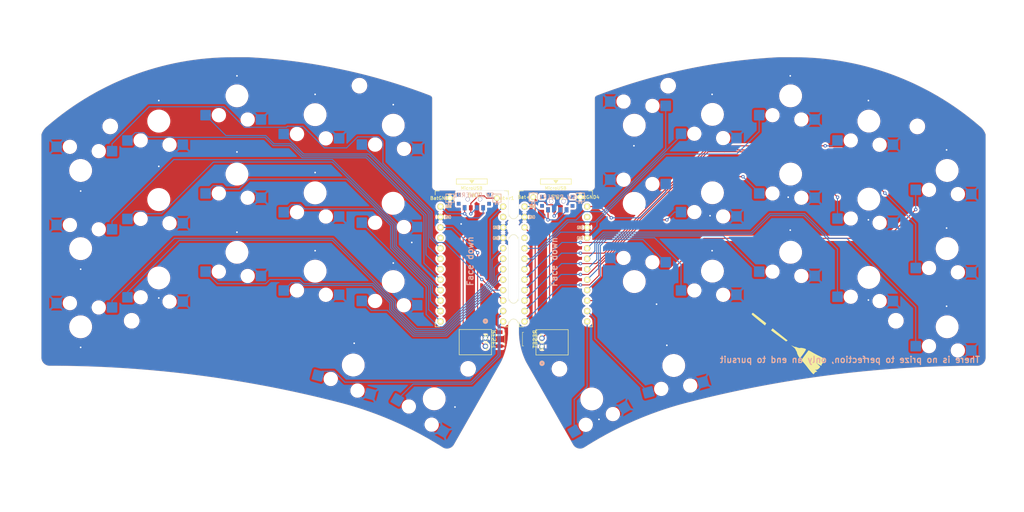
<source format=kicad_pcb>
(kicad_pcb (version 20241229) (generator "pcbnew") (generator_version "9.0")
  (layers (0 "F.Cu" signal) (2 "B.Cu" signal) (13 "F.Paste" user) (15 "B.Paste" user) (5 "F.SilkS" user "F.Silkscreen") (7 "B.SilkS" user "B.Silkscreen") (1 "F.Mask" user) (3 "B.Mask" user) (25 "Edge.Cuts" user))
  (net 0 "")
  (net 1 "BT+")
  (net 2 "gnd")
  (net 3 "vcc")
  (net 4 "Switch18")
  (net 5 "reset")
  (net 6 "Switch1")
  (net 7 "Switch2")
  (net 8 "Switch3")
  (net 9 "Switch4")
  (net 10 "Switch5")
  (net 11 "Switch6")
  (net 12 "Switch7")
  (net 13 "Switch8")
  (net 14 "Switch9")
  (net 15 "Switch10")
  (net 16 "Switch11")
  (net 17 "Switch12")
  (net 18 "Switch13")
  (net 19 "Switch14")
  (net 20 "Switch15")
  (net 21 "Switch16")
  (net 22 "Switch17")
  (net 23 "raw")
  (net 24 "BT+_r")
  (net 25 "Switch18_r")
  (net 26 "reset_r")
  (net 27 "Switch9_r")
  (net 28 "Switch10_r")
  (net 29 "Switch11_r")
  (net 30 "Switch12_r")
  (net 31 "Switch13_r")
  (net 32 "Switch14_r")
  (net 33 "Switch15_r")
  (net 34 "Switch16_r")
  (net 35 "Switch17_r")
  (net 36 "Switch1_r")
  (net 37 "Switch2_r")
  (net 38 "Switch3_r")
  (net 39 "Switch4_r")
  (net 40 "Switch5_r")
  (net 41 "Switch6_r")
  (net 42 "Switch7_r")
  (net 43 "Switch8_r")
  (footprint "kbd:1pin_conn" (layer "F.Cu") (at 146.190005 83.736002)
    (property "Reference" "Bat+r1")
    (property "Value" "MountingHole_Pad" (hide yes))
  )
  (footprint "kbd:1pin_conn" (layer "F.Cu") (at 134.760005 83.736002)
    (property "Reference" "BatGND1")
    (property "Value" "MountingHole_Pad" (hide yes))
  )
  (footprint "kbd:SW_SPST_B3U-1000P" (layer "F.Cu") (at 146.7 118 90)
    (property "Reference" "RSW1" (hide yes))
    (property "Value" "SW_Push")
  )
  (footprint "kbd:ProMicro_v3_min" (layer "F.Cu") (at 140.094 100.246)
    (property "Reference" "U1" (hide yes))
    (property "Value" "ProMicro-kbd" (hide yes))
  )
  (footprint "kbd:1pin_conn" (layer "F.Cu") (at 166.45984 83.482002)
    (property "Reference" "BatGND4")
    (property "Value" "MountingHole_Pad" (hide yes))
  )
  (footprint "kbd:SW_SPST_B3U-1000P" (layer "F.Cu") (at 153.8 118 90)
    (property "Reference" "RSW2" (hide yes))
    (property "Value" "SW_Push")
  )
  (footprint "kbd:1pin_conn" (layer "F.Cu") (at 155.02984 83.482002)
    (property "Reference" "Bat+1")
    (property "Value" "MountingHole_Pad" (hide yes))
  )
  (footprint "Kailh:ferris_broom" (layer "F.Cu") (at 215.84984 118.872 7)
    (property "Reference" "G***" (hide yes))
    (property "Value" "LOGO" (hide yes))
  )
  (footprint "kbd:ProMicro_v3_min" (layer "F.Cu") (at 160.51784 100.246)
    (property "Reference" "U2" (hide yes))
    (property "Value" "ProMicro-kbd" (hide yes))
  )
  (footprint "Duckyb-Parts:mouse-bite-5mm-slot-with-space-for-track" (layer "F.Cu") (at 150.241 90.678)
    (property "Reference" "mouse-bite-5mm-slot" (hide yes))
    (property "Value" "VAL**" (hide yes))
  )
  (footprint "Duckyb-Parts:mouse-bite-5mm-slot-with-space-for-track" (layer "F.Cu") (at 150.241 111.1885)
    (property "Reference" "mouse-bite-5mm-slot" (hide yes))
    (property "Value" "VAL**" (hide yes))
  )
  (footprint "duckyb-footprints:MountingHole_3.35mm" (layer "F.Cu") (at 112.776 56.388)
    (property "Reference" "Mounting 01" (hide yes))
    (property "Value" "MountingHole_3.35mm")
  )
  (footprint "duckyb-footprints:MountingHole_3.35mm" (layer "F.Cu") (at 52.197 66.294)
    (property "Reference" "Mounting 04" (hide yes))
    (property "Value" "MountingHole_3.35mm")
  )
  (footprint "" (layer "F.Cu") (at 57.404 113.538)
    (property "Reference" "")
    (property "Value" "")
  )
  (footprint "other jst:CONN_S2B-PH-K-S_JST" (layer "F.Cu") (at 157.1527 119.7681 90)
    (property "Reference" "REF**")
    (property "Value" "CONN_S2B-PH-K-S_JST")
  )
  (footprint "other jst:CONN_S2B-PH-K-S_JST" (layer "F.Cu") (at 143.4 117.7319 -90)
    (property "Reference" "REF**")
    (property "Value" "CONN_S2B-PH-K-S_JST")
  )
  (footprint "duckyb-footprints:MountingHole_3.35mm" (layer "F.Cu") (at 139.192 125.222)
    (property "Reference" "Mounting 02" (hide yes))
    (property "Value" "MountingHole_3.35mm")
  )
  (footprint "duckyb-footprints:MountingHole_3.35mm" (layer "F.Cu") (at 57.404 113.538)
    (property "Reference" "Mounting 03" (hide yes))
    (property "Value" "MountingHole_3.35mm")
  )
  (footprint "Kailh:SPDT_C128955r" (layer "F.Cu") (at 160.87184 84.498)
    (property "Reference" "SW2")
    (property "Value" "SW_SPDT")
  )
  (footprint "Kailh:SPDT_C128955r" (layer "F.Cu") (at 140.602 83.99)
    (property "Reference" "SW2")
    (property "Value" "SW_SPDT")
  )
  (footprint "Gateron_KS33_Hotswap:Gateron-KS33-Hotswap-1U" (layer "B.Cu") (at 45 77)
    (property "Reference" "SW2")
    (property "Value" "SW_Push")
  )
  (footprint "Gateron_KS33_Hotswap:Gateron-KS33-Hotswap-1U" (layer "B.Cu") (at 64 65 180)
    (property "Reference" "SW3")
    (property "Value" "SW_Push")
  )
  (footprint "Gateron_KS33_Hotswap:Gateron-KS33-Hotswap-1U" (layer "B.Cu") (at 83 58.86 180)
    (property "Reference" "SW4")
    (property "Value" "SW_Push")
  )
  (footprint "Gateron_KS33_Hotswap:Gateron-KS33-Hotswap-1U" (layer "B.Cu") (at 101.994 63.432 180)
    (property "Reference" "SW5")
    (property "Value" "SW_Push")
  )
  (footprint "Gateron_KS33_Hotswap:Gateron-KS33-Hotswap-1U" (layer "B.Cu") (at 121 66 180)
    (property "Reference" "SW6")
    (property "Value" "SW_Push")
  )
  (footprint "Gateron_KS33_Hotswap:Gateron-KS33-Hotswap-1U" (layer "B.Cu") (at 45 96)
    (property "Reference" "SW8")
    (property "Value" "SW_Push")
  )
  (footprint "Gateron_KS33_Hotswap:Gateron-KS33-Hotswap-1U" (layer "B.Cu") (at 64 84.074 180)
    (property "Reference" "SW9")
    (property "Value" "SW_Push")
  )
  (footprint "Gateron_KS33_Hotswap:Gateron-KS33-Hotswap-1U" (layer "B.Cu") (at 83 77.878 180)
    (property "Reference" "SW10")
    (property "Value" "SW_Push")
  )
  (footprint "Gateron_KS33_Hotswap:Gateron-KS33-Hotswap-1U" (layer "B.Cu") (at 102 82.45 180)
    (property "Reference" "SW11")
    (property "Value" "SW_Push")
  )
  (footprint "Gateron_KS33_Hotswap:Gateron-KS33-Hotswap-1U" (layer "B.Cu") (at 120.98 84.99 180)
    (property "Reference" "SW12")
    (property "Value" "SW_Push")
  )
  (footprint "Gateron_KS33_Hotswap:Gateron-KS33-Hotswap-1U" (layer "B.Cu") (at 45 115)
    (property "Reference" "SW14")
    (property "Value" "SW_Push")
  )
  (footprint "Gateron_KS33_Hotswap:Gateron-KS33-Hotswap-1U" (layer "B.Cu") (at 64.008 103.124 180)
    (property "Reference" "SW15")
    (property "Value" "SW_Push")
  )
  (footprint "Gateron_KS33_Hotswap:Gateron-KS33-Hotswap-1U" (layer "B.Cu") (at 83 96.896 180)
    (property "Reference" "SW16")
    (property "Value" "SW_Push")
  )
  (footprint "Gateron_KS33_Hotswap:Gateron-KS33-Hotswap-1U" (layer "B.Cu") (at 102 101.468 180)
    (property "Reference" "SW17")
    (property "Value" "SW_Push")
  )
  (footprint "Gateron_KS33_Hotswap:Gateron-KS33-Hotswap-1U" (layer "B.Cu") (at 111.272 124.288 165)
    (property "Reference" "SW20")
    (property "Value" "SW_Push")
  )
  (footprint "Gateron_KS33_Hotswap:Gateron-KS33-Hotswap-1U" (layer "B.Cu") (at 130.95 132.504 150)
    (property "Reference" "SW21")
    (property "Value" "SW_Push")
  )
  (footprint "Kailh:SPDT_C128955" (layer "B.Cu") (at 140.602 83.99 180)
    (property "Reference" "SW_POWERR1")
    (property "Value" "SW_SPDT")
  )
  (footprint "Gateron_KS33_Hotswap:Gateron-KS33-Hotswap-1U" (layer "B.Cu") (at 120.98 104.008 180)
    (property "Reference" "SW18")
    (property "Value" "SW_Push")
  )
  (footprint "Kailh:SPDT_C128955" (layer "B.Cu") (at 160.87184 84.498 180)
    (property "Reference" "SW_POWER1")
    (property "Value" "SW_SPDT")
  )
  (footprint "Gateron_KS33_Hotswap:Gateron-KS33-Hotswap-1U" (layer "B.Cu") (at 198.58584 82.418 180)
    (property "Reference" "SW10_r1")
    (property "Value" "SW_Push")
  )
  (footprint "Gateron_KS33_Hotswap:Gateron-KS33-Hotswap-1U" (layer "B.Cu") (at 255.63184 115 180)
    (property "Reference" "SW12_r1")
    (property "Value" "SW_Push")
  )
  (footprint "Gateron_KS33_Hotswap:Gateron-KS33-Hotswap-1U" (layer "B.Cu") (at 217.58784 96.896 180)
    (property "Reference" "SW14_r1")
    (property "Value" "SW_Push")
  )
  (footprint "Gateron_KS33_Hotswap:Gateron-KS33-Hotswap-1U" (layer "B.Cu") (at 198.58584 101.468 180)
    (property "Reference" "SW15_r1")
    (property "Value" "SW_Push")
  )
  (footprint "Gateron_KS33_Hotswap:Gateron-KS33-Hotswap-1U" (layer "B.Cu") (at 198.58584 63.368 180)
    (property "Reference" "SW5_r1")
    (property "Value" "SW_Push")
  )
  (footprint "Gateron_KS33_Hotswap:Gateron-KS33-Hotswap-1U" (layer "B.Cu") (at 236.61384 65 180)
    (property "Reference" "SW3_r1")
    (property "Value" "SW_Push")
  )
  (footprint "Gateron_KS33_Hotswap:Gateron-KS33-Hotswap-1U" (layer "B.Cu") (at 217.58784 58.86 180)
    (property "Reference" "SW4_r1")
    (property "Value" "SW_Push")
  )
  (footprint "Gateron_KS33_Hotswap:Gateron-KS33-Hotswap-1U" (layer "B.Cu") (at 236.61384 83.974 180)
    (property "Reference" "SW8_r1")
    (property "Value" "SW_Push")
  )
  (footprint "Gateron_KS33_Hotswap:Gateron-KS33-Hotswap-1U" (layer "B.Cu") (at 217.58784 77.878 180)
    (property "Reference" "SW9_r1")
    (property "Value" "SW_Push")
  )
  (footprint "Gateron_KS33_Hotswap:Gateron-KS33-Hotswap-1U" (layer "B.Cu") (at 236.61384 102.992 180)
    (property "Reference" "SW13_r1")
    (property "Value" "SW_Push")
  )
  (footprint "Gateron_KS33_Hotswap:Gateron-KS33-Hotswap-1U" (layer "B.Cu") (at 179.58584 84.99)
    (property "Reference" "SW11_r1")
    (property "Value" "SW_Push")
  )
  (footprint "Gateron_KS33_Hotswap:Gateron-KS33-Hotswap-1U" (layer "B.Cu") (at 255.63184 96 180)
    (property "Reference" "SW7_r1")
    (property "Value" "SW_Push")
  )
  (footprint "Gateron_KS33_Hotswap:Gateron-KS33-Hotswap-1U" (layer "B.Cu") (at 255.63184 77 180)
    (property "Reference" "SW2_r1")
    (property "Value" "SW_Push")
  )
  (footprint "Gateron_KS33_Hotswap:Gateron-KS33-Hotswap-1U" (layer "B.Cu") (at 179.58584 66)
    (property "Reference" "SW6_r1")
    (property "Value" "SW_Push")
  )
  (footprint "Gateron_KS33_Hotswap:Gateron-KS33-Hotswap-1U" (layer "B.Cu") (at 189.17984 124.41 -165)
    (property "Reference" "SW20")
    (property "Value" "SW_Push")
  )
  (footprint "Gateron_KS33_Hotswap:Gateron-KS33-Hotswap-1U" (layer "B.Cu") (at 179.58584 104.008)
    (property "Reference" "SW16_r1")
    (property "Value" "SW_Push")
  )
  (footprint "Gateron_KS33_Hotswap:Gateron-KS33-Hotswap-1U" (layer "B.Cu") (at 169.251 132.542 -150)
    (property "Reference" "SW21")
    (property "Value" "SW_Push")
  )
  (footprint "duckyb-footprints:MountingHole_3.35mm" (layer "B.Cu") (at 187.81184 56.388 180)
    (property "Reference" "Mounting 01" (hide yes))
    (property "Value" "MountingHole_3.35mm")
  )
  (footprint "duckyb-footprints:MountingHole_3.35mm" (layer "B.Cu") (at 161.39584 125.222 180)
    (property "Reference" "Mounting 02" (hide yes))
    (property "Value" "MountingHole_3.35mm")
  )
  (footprint "duckyb-footprints:MountingHole_3.35mm" (layer "B.Cu") (at 243.18384 113.538 180)
    (property "Reference" "Mounting 03" (hide yes))
    (property "Value" "MountingHole_3.35mm")
  )
  (footprint "" (layer "B.Cu") (at 217.58784 77.878 180)
    (property "Reference" "")
    (property "Value" "")
  )
  (footprint "duckyb-footprints:MountingHole_3.35mm" (layer "B.Cu") (at 248.39084 66.294 180)
    (property "Reference" "Mounting 04" (hide yes))
    (property "Value" "MountingHole_3.35mm")
  )
  (gr_arc (start 148.162 81.866) (mid 148.69233 82.08567) (end 148.912 82.616) (stroke (width 0.05)) (layer "Edge.Cuts"))
  (gr_line (start 148.912 93.218) (end 148.912 101.262) (stroke (width 0.05)) (layer "Edge.Cuts"))
  (gr_line (start 131.458 81.868917) (end 148.162 81.866) (stroke (width 0.05)) (layer "Edge.Cuts"))
  (gr_line (start 147.161679 123.613657) (end 135.71 143.699265) (stroke (width 0.05)) (layer "Edge.Cuts"))
  (gr_arc (start 148.924 116.248) (mid 148.462831 120.031316) (end 147.161679 123.613657) (stroke (width 0.05)) (layer "Edge.Cuts"))
  (gr_line (start 148.912 82.616) (end 148.924 88.11) (stroke (width 0.05)) (layer "Edge.Cuts"))
  (gr_line (start 149.2885 88.11) (end 148.924 88.11) (stroke (width 0.05)) (layer "Edge.Cuts"))
  (gr_line (start 149.2885 93.218) (end 148.912 93.218) (stroke (width 0.05)) (layer "Edge.Cuts"))
  (gr_line (start 149.2885 108.628) (end 148.924 108.628) (stroke (width 0.05)) (layer "Edge.Cuts"))
  (gr_line (start 149.2885 113.7285) (end 148.912 113.7285) (stroke (width 0.05)) (layer "Edge.Cuts"))
  (gr_line (start 148.912 101.262) (end 148.924 108.628) (stroke (width 0.05)) (layer "Edge.Cuts"))
  (gr_line (start 148.912 113.7285) (end 148.924 116.248) (stroke (width 0.05)) (layer "Edge.Cuts"))
  (gr_arc (start 131.458 81.868917) (mid 130.750893 81.576024) (end 130.458 80.868917) (stroke (width 0.05)) (layer "Edge.Cuts"))
  (gr_line (start 130.458 80.868917) (end 130.463 59.473) (stroke (width 0.05)) (layer "Edge.Cuts"))
  (gr_arc (start 35.465859 68.23732) (mid 36.022742 67.119147) (end 36.893 66.223) (stroke (width 0.05)) (layer "Edge.Cuts"))
  (gr_arc (start 85.843227 49.463504) (mid 108.303644 52.385453) (end 130.028245 58.79247) (stroke (width 0.05)) (layer "Edge.Cuts"))
  (gr_line (start 37.768 124.474571) (end 37.493002 124.473917) (stroke (width 0.05)) (layer "Edge.Cuts"))
  (gr_arc (start 107.797707 133.384137) (mid 120.821222 137.841207) (end 132.978 144.298) (stroke (width 0.05)) (layer "Edge.Cuts"))
  (gr_arc (start 37.768 124.474571) (mid 73.062876 126.72836) (end 107.797707 133.384137) (stroke (width 0.05)) (layer "Edge.Cuts"))
  (gr_arc (start 37.493002 124.473917) (mid 36.080534 123.924716) (end 35.458001 122.542999) (stroke (width 0.05)) (layer "Edge.Cuts"))
  (gr_arc (start 135.71 143.699265) (mid 134.468995 144.56898) (end 132.978 144.298) (stroke (width 0.05)) (layer "Edge.Cuts"))
  (gr_arc (start 130.028245 58.79247) (mid 130.345034 59.069226) (end 130.463 59.473) (stroke (width 0.05)) (layer "Edge.Cuts"))
  (gr_line (start 35.465859 68.23732) (end 35.458001 122.542999) (stroke (width 0.05)) (layer "Edge.Cuts"))
  (gr_line (start 85.843227 49.463504) (end 81.868 49.468) (stroke (width 0.05)) (layer "Edge.Cuts"))
  (gr_arc (start 36.893 66.223) (mid 57.870705 53.792798) (end 81.868 49.468) (stroke (width 0.05)) (layer "Edge.Cuts"))
  (gr_line (start 168.99984 81.868917) (end 152.29584 81.866) (stroke (width 0.05)) (layer "Edge.Cuts"))
  (gr_line (start 151.54584 113.7285) (end 151.53384 116.248) (stroke (width 0.05)) (layer "Edge.Cuts"))
  (gr_line (start 153.280536 123.57215) (end 164.74784 143.699265) (stroke (width 0.05)) (layer "Edge.Cuts"))
  (gr_line (start 264.991981 68.23732) (end 264.999839 122.542999) (stroke (width 0.05)) (layer "Edge.Cuts"))
  (gr_line (start 214.614716 49.465561) (end 218.58984 49.468) (stroke (width 0.05)) (layer "Edge.Cuts"))
  (gr_line (start 151.54584 101.262) (end 151.53384 108.628) (stroke (width 0.05)) (layer "Edge.Cuts"))
  (gr_arc (start 151.54584 82.616) (mid 151.76551 82.08567) (end 152.29584 81.866) (stroke (width 0.05)) (layer "Edge.Cuts"))
  (gr_line (start 151.54584 93.218) (end 151.54584 101.262) (stroke (width 0.05)) (layer "Edge.Cuts"))
  (gr_arc (start 167.47984 144.298) (mid 179.636498 137.840747) (end 192.659669 133.38233) (stroke (width 0.05)) (layer "Edge.Cuts"))
  (gr_arc (start 218.58984 49.468) (mid 242.587135 53.792799) (end 263.56484 66.223) (stroke (width 0.05)) (layer "Edge.Cuts"))
  (gr_arc (start 192.659669 133.38233) (mid 227.394847 126.727903) (end 262.68984 124.474571) (stroke (width 0.05)) (layer "Edge.Cuts"))
  (gr_arc (start 167.47984 144.298) (mid 165.988845 144.56898) (end 164.74784 143.699265) (stroke (width 0.05)) (layer "Edge.Cuts"))
  (gr_arc (start 153.280536 123.57215) (mid 151.990927 120.009347) (end 151.53384 116.248) (stroke (width 0.05)) (layer "Edge.Cuts"))
  (gr_line (start 151.54584 82.616) (end 151.53384 88.11) (stroke (width 0.05)) (layer "Edge.Cuts"))
  (gr_arc (start 169.99984 80.868917) (mid 169.706947 81.576024) (end 168.99984 81.868917) (stroke (width 0.05)) (layer "Edge.Cuts"))
  (gr_line (start 169.99984 80.868917) (end 169.99484 59.473) (stroke (width 0.05)) (layer "Edge.Cuts"))
  (gr_arc (start 263.56484 66.223) (mid 264.435098 67.119147) (end 264.991981 68.23732) (stroke (width 0.05)) (layer "Edge.Cuts"))
  (gr_arc (start 170.429595 58.79247) (mid 192.154223 52.385977) (end 214.614716 49.465561) (stroke (width 0.05)) (layer "Edge.Cuts"))
  (gr_line (start 262.68984 124.474571) (end 262.964838 124.473917) (stroke (width 0.05)) (layer "Edge.Cuts"))
  (gr_arc (start 264.999839 122.542999) (mid 264.377307 123.924717) (end 262.964838 124.473917) (stroke (width 0.05)) (layer "Edge.Cuts"))
  (gr_arc (start 169.99484 59.473) (mid 170.112806 59.069226) (end 170.429595 58.79247) (stroke (width 0.05)) (layer "Edge.Cuts"))
  (gr_line (start 151.53384 88.11) (end 151.1935 88.11) (stroke (width 0.05)) (layer "Edge.Cuts"))
  (gr_line (start 151.54584 93.218) (end 151.1935 93.218) (stroke (width 0.05)) (layer "Edge.Cuts"))
  (gr_arc (start 149.288501 113.7285) (mid 150.241 113.083627) (end 151.193499 113.728501) (stroke (width 0.05)) (layer "Edge.Cuts"))
  (gr_line (start 151.53384 108.628) (end 151.1935 108.628) (stroke (width 0.05)) (layer "Edge.Cuts"))
  (gr_arc (start 149.288501 93.218) (mid 150.241 92.573127) (end 151.193499 93.218001) (stroke (width 0.05)) (layer "Edge.Cuts"))
  (gr_line (start 151.54584 113.7285) (end 151.1935 113.7285) (stroke (width 0.05)) (layer "Edge.Cuts"))
  (gr_arc (start 151.193499 108.628) (mid 150.241 109.285937) (end 149.288501 108.627999) (stroke (width 0.05)) (layer "Edge.Cuts"))
  (gr_arc (start 151.193499 88.11) (mid 150.241 88.772807) (end 149.288501 88.109999) (stroke (width 0.05)) (layer "Edge.Cuts"))
  (gr_text "Face down" (at 160.10984 99.23 90) (layer "B.SilkS") (effects (font (size 1.5 1.5) (thickness 0.3))))
  (gr_text "There is no prize to perfection, only an end to pursuit" (at 232 123 0) (layer "B.SilkS") (effects (font (size 1.5 1.5) (thickness 0.3)) (justify mirror)))
  (gr_text "**" (at 146.190005 85.387002 0) (layer "B.SilkS") (effects (font (size 0.8128 0.8128)) (justify mirror)))
  (gr_text "Face down" (at 139.7 99.06 90) (layer "B.SilkS") (effects (font (size 1.5 1.5) (thickness 0.3))))
  (segment (start 160.10984 86.585) (end 160.12184 86.573) (width 0.25) (layer "F.Cu") (net 1))
  (segment (start 160.10984 88.054) (end 160.10984 86.585) (width 0.25) (layer "F.Cu") (net 1))
  (segment (start 157.558842 84.5) (end 156.04784 84.5) (width 0.25) (layer "F.Cu") (net 1))
  (segment (start 156.04784 84.5) (end 155.02984 83.482) (width 0.25) (layer "F.Cu") (net 1))
  (segment (start 159.746841 85.323001) (end 158.381843 85.323001) (width 0.25) (layer "F.Cu") (net 1))
  (segment (start 159 115.920799) (end 159 92) (width 0.25) (layer "F.Cu") (net 1))
  (segment (start 159 92) (end 155.5 88.5) (width 0.25) (layer "F.Cu") (net 1))
  (segment (start 158.381843 85.323001) (end 157.558842 84.5) (width 0.25) (layer "F.Cu") (net 1))
  (segment (start 160.12184 85.698) (end 159.746841 85.323001) (width 0.25) (layer "F.Cu") (net 1))
  (segment (start 155.5 83.952162) (end 155.02984 83.482002) (width 0.25) (layer "F.Cu") (net 1))
  (segment (start 155.5 88.5) (end 155.5 83.952162) (width 0.25) (layer "F.Cu") (net 1))
  (segment (start 160.12184 86.573) (end 160.12184 85.698) (width 0.25) (layer "F.Cu") (net 1))
  (segment (start 157.1527 117.768099) (end 159 115.920799) (width 0.25) (layer "F.Cu") (net 1))
  (via (at 160.10984 88.054) (size 0.8) (drill 0.4) (layers "F.Cu" "B.Cu") (net 1))
  (segment (start 160.14084 88.054) (end 161.62184 86.573) (width 0.25) (layer "B.Cu") (net 1))
  (segment (start 160.10984 88.054) (end 160.14084 88.054) (width 0.25) (layer "B.Cu") (net 1))
  (via (at 64 60) (size 0.8) (drill 0.4) (layers "F.Cu" "B.Cu") (net 2))
  (via (at 136 134.5) (size 0.8) (drill 0.4) (layers "F.Cu" "B.Cu") (net 2))
  (via (at 198.5 96.5) (size 0.8) (drill 0.4) (layers "F.Cu" "B.Cu") (net 2))
  (via (at 217 83.5) (size 0.8) (drill 0.4) (layers "F.Cu" "B.Cu") (net 2))
  (via (at 217.5 91.5) (size 0.8) (drill 0.4) (layers "F.Cu" "B.Cu") (net 2))
  (via (at 255.5 91) (size 0.8) (drill 0.4) (layers "F.Cu" "B.Cu") (net 2))
  (via (at 198.5 58.5) (size 0.8) (drill 0.4) (layers "F.Cu" "B.Cu") (net 2))
  (via (at 45 120) (size 0.8) (drill 0.4) (layers "F.Cu" "B.Cu") (net 2))
  (via (at 121 61) (size 0.8) (drill 0.4) (layers "F.Cu" "B.Cu") (net 2))
  (via (at 255.5 110) (size 0.8) (drill 0.4) (layers "F.Cu" "B.Cu") (net 2))
  (via (at 45 82) (size 0.8) (drill 0.4) (layers "F.Cu" "B.Cu") (net 2))
  (via (at 45 101) (size 0.8) (drill 0.4) (layers "F.Cu" "B.Cu") (net 2))
  (via (at 83 92) (size 0.8) (drill 0.4) (layers "F.Cu" "B.Cu") (net 2))
  (via (at 121 99.5) (size 0.8) (drill 0.4) (layers "F.Cu" "B.Cu") (net 2))
  (via (at 187.5 119.5) (size 0.8) (drill 0.4) (layers "F.Cu" "B.Cu") (net 2))
  (via (at 64 108) (size 0.8) (drill 0.4) (layers "F.Cu" "B.Cu") (net 2))
  (via (at 83 54) (size 0.8) (drill 0.4) (layers "F.Cu" "B.Cu") (net 2))
  (via (at 255.5 72) (size 0.8) (drill 0.4) (layers "F.Cu" "B.Cu") (net 2))
  (via (at 125.5 94.5) (size 0.8) (drill 0.4) (layers "F.Cu" "B.Cu") (net 2))
  (via (at 171 137.5) (size 0.8) (drill 0.4) (layers "F.Cu" "B.Cu") (net 2))
  (via (at 102 96.5) (size 0.8) (drill 0.4) (layers "F.Cu" "B.Cu") (net 2))
  (via (at 137.5 90) (size 0.8) (drill 0.4) (layers "F.Cu" "B.Cu") (net 2))
  (via (at 198 88) (size 0.8) (drill 0.4) (layers "F.Cu" "B.Cu") (net 2))
  (via (at 64 76) (size 0.8) (drill 0.4) (layers "F.Cu" "B.Cu") (net 2))
  (via (at 185 109.5) (size 0.8) (drill 0.4) (layers "F.Cu" "B.Cu") (net 2))
  (via (at 236.5 108.5) (size 0.8) (drill 0.4) (layers "F.Cu" "B.Cu") (net 2))
  (via (at 179.5 71) (size 0.8) (drill 0.4) (layers "F.Cu" "B.Cu") (net 2))
  (via (at 102 77.5) (size 0.8) (drill 0.4) (layers "F.Cu" "B.Cu") (net 2))
  (via (at 83 72.5) (size 0.8) (drill 0.4) (layers "F.Cu" "B.Cu") (net 2))
  (via (at 236.5 60) (size 0.8) (drill 0.4) (layers "F.Cu" "B.Cu") (net 2))
  (via (at 217.5 54) (size 0.8) (drill 0.4) (layers "F.Cu" "B.Cu") (net 2))
  (via (at 236.5 89) (size 0.8) (drill 0.4) (layers "F.Cu" "B.Cu") (net 2))
  (via (at 111.5 119) (size 0.8) (drill 0.4) (layers "F.Cu" "B.Cu") (net 2))
  (via (at 102 58.5) (size 0.8) (drill 0.4) (layers "F.Cu" "B.Cu") (net 2))
  (segment (start 141.5 97) (end 141.5 111.1) (width 0.25) (layer "F.Cu") (net 5))
  (segment (start 141.5 111.1) (end 146.7 116.3) (width 0.25) (layer "F.Cu") (net 5))
  (via (at 141.5 97) (size 0.8) (drill 0.4) (layers "F.Cu" "B.Cu") (net 5))
  (segment (start 141.5 97) (end 135.348 90.848) (width 0.25) (layer "B.Cu") (net 5))
  (segment (start 135.348 90.848) (end 132.4854 90.848) (width 0.25) (layer "B.Cu") (net 5))
  (segment (start 142.5 103.5) (end 142.5774 103.5) (width 0.25) (layer "F.Cu") (net 6))
  (segment (start 142.5774 103.5) (end 147.7054 108.628) (width 0.25) (layer "F.Cu") (net 6))
  (via (at 142.5 103.5) (size 0.8) (drill 0.4) (layers "F.Cu" "B.Cu") (net 6))
  (segment (start 61.663082 61.5) (end 52.6375 70.525582) (width 0.25) (layer "B.Cu") (net 6))
  (segment (start 112.339082 68.824) (end 109.663082 71.5) (width 0.25) (layer "B.Cu") (net 6))
  (segment (start 117.377065 68.824) (end 112.339082 68.824) (width 0.25) (layer "B.Cu") (net 6))
  (segment (start 133.5 94.5) (end 142.5 103.5) (width 0.25) (layer "B.Cu") (net 6))
  (segment (start 84.836935 66.5) (end 79.836935 61.5) (width 0.25) (layer "B.Cu") (net 6))
  (segment (start 104.258935 71.5) (end 99.014935 66.256) (width 0.25) (layer "B.Cu") (net 6))
  (segment (start 118.476 69.922935) (end 117.377065 68.824) (width 0.25) (layer "B.Cu") (net 6))
  (segment (start 95.031 66.5) (end 84.836935 66.5) (width 0.25) (layer "B.Cu") (net 6))
  (segment (start 130.402 87.10169) (end 118.476 75.17569) (width 0.25) (layer "B.Cu") (net 6))
  (segment (start 95.275 66.256) (end 95.031 66.5) (width 0.25) (layer "B.Cu") (net 6))
  (segment (start 130.402 93.20679) (end 130.402 87.10169) (width 0.25) (layer "B.Cu") (net 6))
  (segment (start 118.476 75.17569) (end 118.476 69.922935) (width 0.25) (layer "B.Cu") (net 6))
  (segment (start 52.6375 70.525582) (end 52.6375 72.3) (width 0.25) (layer "B.Cu") (net 6))
  (segment (start 131.69521 94.5) (end 130.402 93.20679) (width 0.25) (layer "B.Cu") (net 6))
  (segment (start 131.69521 94.5) (end 133.5 94.5) (width 0.25) (layer "B.Cu") (net 6))
  (segment (start 109.663082 71.5) (end 104.258935 71.5) (width 0.25) (layer "B.Cu") (net 6))
  (segment (start 99.014935 66.256) (end 95.275 66.256) (width 0.25) (layer "B.Cu") (net 6))
  (segment (start 79.836935 61.5) (end 61.663082 61.5) (width 0.25) (layer "B.Cu") (net 6))
  (segment (start 67.377065 68.874) (end 61.427065 68.874) (width 0.25) (layer "B.Cu") (net 7))
  (segment (start 91.81319 70.951) (end 89.81319 68.951) (width 0.25) (layer "B.Cu") (net 7))
  (segment (start 114.402 73.902) (end 98.85088 73.902) (width 0.25) (layer "B.Cu") (net 7))
  (segment (start 128.451 99.5136) (end 128.451 87.951) (width 0.25) (layer "B.Cu") (net 7))
  (segment (start 67.454065 68.951) (end 67.377065 68.874) (width 0.25) (layer "B.Cu") (net 7))
  (segment (start 132.4854 103.548) (end 128.451 99.5136) (width 0.25) (layer "B.Cu") (net 7))
  (segment (start 58.2385 67.824) (end 56.3625 69.7) (width 0.25) (layer "B.Cu") (net 7))
  (segment (start 95.89988 70.951) (end 91.81319 70.951) (width 0.25) (layer "B.Cu") (net 7))
  (segment (start 98.85088 73.902) (end 95.89988 70.951) (width 0.25) (layer "B.Cu") (net 7))
  (segment (start 128.451 87.951) (end 114.402 73.902) (width 0.25) (layer "B.Cu") (net 7))
  (segment (start 89.81319 68.951) (end 67.454065 68.951) (width 0.25) (layer "B.Cu") (net 7))
  (segment (start 61.427065 68.874) (end 60.377065 67.824) (width 0.25) (layer "B.Cu") (net 7))
  (segment (start 60.377065 67.824) (end 58.2385 67.824) (width 0.25) (layer "B.Cu") (net 7))
  (segment (start 114.58881 73.451) (end 99.03769 73.451) (width 0.25) (layer "B.Cu") (net 8))
  (segment (start 128.951 97.4736) (end 128.951 87.81319) (width 0.25) (layer "B.Cu") (net 8))
  (segment (start 99.03769 73.451) (end 96.08669 70.5) (width 0.25) (layer "B.Cu") (net 8))
  (segment (start 80.3025 68.5) (end 75.3625 63.56) (width 0.25) (layer "B.Cu") (net 8))
  (segment (start 90 68.5) (end 80.3025 68.5) (width 0.25) (layer "B.Cu") (net 8))
  (segment (start 128.951 87.81319) (end 114.58881 73.451) (width 0.25) (layer "B.Cu") (net 8))
  (segment (start 96.08669 70.5) (end 92 70.5) (width 0.25) (layer "B.Cu") (net 8))
  (segment (start 132.4854 101.008) (end 128.951 97.4736) (width 0.25) (layer "B.Cu") (net 8))
  (segment (start 92 70.5) (end 90 68.5) (width 0.25) (layer "B.Cu") (net 8))
  (segment (start 99.2245 73) (end 94.3565 68.132) (width 0.25) (layer "B.Cu") (net 9))
  (segment (start 129.5 87.47531) (end 115.02469 73) (width 0.25) (layer "B.Cu") (net 9))
  (segment (start 132.4854 98.468) (end 129.5 95.4826) (width 0.25) (layer "B.Cu") (net 9))
  (segment (start 115.02469 73) (end 99.2245 73) (width 0.25) (layer "B.Cu") (net 9))
  (segment (start 129.5 95.4826) (end 129.5 87.47531) (width 0.25) (layer "B.Cu") (net 9))
  (segment (start 129.951 87.2885) (end 113.3625 70.7) (width 0.25) (layer "B.Cu") (net 10))
  (segment (start 129.951 93.3936) (end 129.951 87.2885) (width 0.25) (layer "B.Cu") (net 10))
  (segment (start 132.4854 95.928) (end 129.951 93.3936) (width 0.25) (layer "B.Cu") (net 10))
  (segment (start 67.647 74.353) (end 52.6375 89.3625) (width 0.25) (layer "B.Cu") (net 11))
  (segment (start 121.704 89.851989) (end 106.205011 74.353) (width 0.25) (layer "B.Cu") (net 11))
  (segment (start 121.704 95.3066) (end 121.704 89.851989) (width 0.25) (layer "B.Cu") (net 11))
  (segment (start 132.4854 106.088) (end 121.704 95.3066) (width 0.25) (layer "B.Cu") (net 11))
  (segment (start 52.6375 89.3625) (end 52.6375 91.3) (width 0.25) (layer "B.Cu") (net 11))
  (segment (start 106.205011 74.353) (end 67.647 74.353) (width 0.25) (layer "B.Cu") (net 11))
  (segment (start 132.4854 108.333172) (end 132.4854 108.628) (width 0.25) (layer "F.Cu") (net 12))
  (segment (start 132.4854 108.628) (end 130.5 106.6426) (width 0.25) (layer "B.Cu") (net 12))
  (segment (start 60.377065 86.898) (end 58.2385 86.898) (width 0.25) (layer "B.Cu") (net 12))
  (segment (start 58.2385 86.898) (end 56.3625 88.774) (width 0.25) (layer "B.Cu") (net 12))
  (segment (start 121.253 90.038799) (end 106.166201 74.952) (width 0.25) (layer "B.Cu") (net 12))
  (segment (start 130.5 106.6426) (end 130.5 104.74041) (width 0.25) (layer "B.Cu") (net 12))
  (segment (start 64.701522 87.510467) (end 60.989532 87.510467) (width 0.25) (layer "B.Cu") (net 12))
  (segment (start 77.259989 74.952) (end 64.701522 87.510467) (width 0.25) (layer "B.Cu") (net 12))
  (segment (start 130.5 104.74041) (end 121.253 95.49341) (width 0.25) (layer "B.Cu") (net 12))
  (segment (start 60.989532 87.510467) (end 60.377065 86.898) (width 0.25) (layer "B.Cu") (net 12))
  (segment (start 106.166201 74.952) (end 77.259989 74.952) (width 0.25) (layer "B.Cu") (net 12))
  (segment (start 121.253 95.49341) (end 121.253 90.038799) (width 0.25) (layer "B.Cu") (net 12))
  (segment (start 80.175065 81.5) (end 79.377065 80.702) (width 0.25) (layer "B.Cu") (net 13))
  (segment (start 79.377065 80.702) (end 77.2385 80.702) (width 0.25) (layer "B.Cu") (net 13))
  (segment (start 109.66638 79.089989) (end 85.926 79.089989) (width 0.25) (layer "B.Cu") (net 13))
  (segment (start 83.515989 81.5) (end 80.175065 81.5) (width 0.25) (layer "B.Cu") (net 13))
  (segment (start 130.049 108.7316) (end 130.049 104.92722) (width 0.25) (layer "B.Cu") (net 13))
  (segment (start 132.4854 111.168) (end 130.049 108.7316) (width 0.25) (layer "B.Cu") (net 13))
  (segment (start 85.926 79.089989) (end 83.515989 81.5) (width 0.25) (layer "B.Cu") (net 13))
  (segment (start 77.2385 80.702) (end 75.3625 82.578) (width 0.25) (layer "B.Cu") (net 13))
  (segment (start 120.802 90.225609) (end 109.66638 79.089989) (width 0.25) (layer "B.Cu") (net 13))
  (segment (start 120.802 95.68022) (end 120.802 90.225609) (width 0.25) (layer "B.Cu") (net 13))
  (segment (start 130.049 104.92722) (end 120.802 95.68022) (width 0.25) (layer "B.Cu") (net 13))
  (segment (start 98.377065 85.274) (end 96.2385 85.274) (width 0.25) (layer "B.Cu") (net 14))
  (segment (start 116.262581 86.324) (end 99.427065 86.324) (width 0.25) (layer "B.Cu") (net 14))
  (segment (start 96.2385 85.274) (end 94.3625 87.15) (width 0.25) (layer "B.Cu") (net 14))
  (segment (start 120.351 95.86703) (end 120.351 90.412419) (width 0.25) (layer "B.Cu") (net 14))
  (segment (start 129.598 105.11403) (end 120.351 95.86703) (width 0.25) (layer "B.Cu") (net 14))
  (segment (start 99.427065 86.324) (end 98.377065 85.274) (width 0.25) (layer "B.Cu") (net 14))
  (segment (start 132.4854 113.708) (end 129.598 110.8206) (width 0.25) (layer "B.Cu") (net 14))
  (segment (start 129.598 110.8206) (end 129.598 105.11403) (width 0.25) (layer "B.Cu") (net 14))
  (segment (start 120.351 90.412419) (end 116.262581 86.324) (width 0.25) (layer "B.Cu") (net 14))
  (segment (start 113.3425 89.69) (end 129 105.3475) (width 0.25) (layer "B.Cu") (net 15))
  (segment (start 132 115) (end 133 115) (width 0.25) (layer "B.Cu") (net 15))
  (segment (start 129 112) (end 132 115) (width 0.25) (layer "B.Cu") (net 15))
  (segment (start 129 105.3475) (end 129 112) (width 0.25) (layer "B.Cu") (net 15))
  (segment (start 133 115) (end 144.549 103.451) (width 0.25) (layer "B.Cu") (net 15))
  (segment (start 144.549 88.9244) (end 147.7054 85.768) (width 0.25) (layer "B.Cu") (net 15))
  (segment (start 144.549 103.451) (end 144.549 88.9244) (width 0.25) (layer "B.Cu") (net 15))
  (segment (start 133.18681 115.451) (end 145 103.63781) (width 0.25) (layer "B.Cu") (net 16))
  (segment (start 52.6375 108.657582) (end 52.6375 110.3) (width 0.25) (layer "B.Cu") (net 16))
  (segment (start 145 98.6334) (end 145 103.63781) (width 0.25) (layer "B.Cu") (net 16))
  (segment (start 121.5 108.665989) (end 106.334011 93.5) (width 0.25) (layer "B.Cu") (net 16))
  (segment (start 126.619934 115.451) (end 133.18681 115.451) (width 0.25) (layer "B.Cu") (net 16))
  (segment (start 125.834467 114.665533) (end 126.619934 115.451) (width 0.25) (layer "B.Cu") (net 16))
  (segment (start 125.834467 114.665533) (end 121.5 110.331065) (width 0.25) (layer "B.Cu") (net 16))
  (segment (start 67.795082 93.5) (end 52.6375 108.657582) (width 0.25) (layer "B.Cu") (net 16))
  (segment (start 106.334011 93.5) (end 67.795082 93.5) (width 0.25) (layer "B.Cu") (net 16))
  (segment (start 147.7054 95.928) (end 145 98.6334) (width 0.25) (layer "B.Cu") (net 16))
  (segment (start 121.5 110.331065) (end 121.5 108.665989) (width 0.25) (layer "B.Cu") (net 16))
  (segment (start 126.402 115.902) (end 133.37362 115.902) (width 0.25) (layer "B.Cu") (net 17))
  (segment (start 121.049 108.852799) (end 121.049 110.549) (width 0.25) (layer "B.Cu") (net 17))
  (segment (start 126 115.5) (end 126.402 115.902) (width 0.25) (layer "B.Cu") (net 17))
  (segment (start 68.9495 93.97) (end 106.166201 93.97) (width 0.25) (layer "B.Cu") (net 17))
  (segment (start 121.049 110.549) (end 126 115.5) (width 0.25) (layer "B.Cu") (net 17))
  (segment (start 56.3705 107.824) (end 56.3705 106.549) (width 0.25) (layer "B.Cu") (net 17))
  (segment (start 56.3705 106.549) (end 68.9495 93.97) (width 0.25) (layer "B.Cu") (net 17))
  (segment (start 106.166201 93.97) (end 121.049 108.852799) (width 0.25) (layer "B.Cu") (net 17))
  (segment (start 145.5 103.77562) (end 145.5 100.6734) (width 0.25) (layer "B.Cu") (net 17))
  (segment (start 133.37362 115.902) (end 145.5 103.77562) (width 0.25) (layer "B.Cu") (net 17))
  (segment (start 145.5 100.6734) (end 147.7054 98.468) (width 0.25) (layer "B.Cu") (net 17))
  (segment (start 147.206 101.008) (end 147.7054 101.008) (width 0.25) (layer "F.Cu") (net 18))
  (segment (start 146 102.7134) (end 147.7054 101.008) (width 0.25) (layer "B.Cu") (net 18))
  (segment (start 78.2885 104.522) (end 89.978 104.522) (width 0.25) (layer "B.Cu") (net 18))
  (segment (start 146 103.91343) (end 146 102.7134) (width 0.25) (layer "B.Cu") (net 18))
  (segment (start 126.21519 116.353) (end 133.56043 116.353) (width 0.25) (layer "B.Cu") (net 18))
  (segment (start 91 103.5) (end 98.222875 103.5) (width 0.25) (layer "B.Cu") (net 18))
  (segment (start 98.222875 103.5) (end 99.229342 104.506467) (width 0.25) (layer "B.Cu") (net 18))
  (segment (start 120.598 110.73581) (end 126.21519 116.353) (width 0.25) (layer "B.Cu") (net 18))
  (segment (start 133.56043 116.353) (end 146 103.91343) (width 0.25) (layer "B.Cu") (net 18))
  (segment (start 89.978 104.522) (end 91 103.5) (width 0.25) (layer "B.Cu") (net 18))
  (segment (start 99.229342 104.506467) (end 116.064858 104.506467) (width 0.25) (layer "B.Cu") (net 18))
  (segment (start 116.064858 104.506467) (end 120.598 109.039609) (width 0.25) (layer "B.Cu") (net 18))
  (segment (start 75.3625 101.596) (end 78.2885 104.522) (width 0.25) (layer "B.Cu") (net 18))
  (segment (start 120.598 109.039609) (end 120.598 110.73581) (width 0.25) (layer "B.Cu") (net 18))
  (segment (start 147.7054 103.548) (end 147.7054 104.208026) (width 0.25) (layer "B.Cu") (net 19))
  (segment (start 133.74724 116.804) (end 147.00324 103.548) (width 0.25) (layer "B.Cu") (net 19))
  (segment (start 147.00324 103.548) (end 147.7054 103.548) (width 0.25) (layer "B.Cu") (net 19))
  (segment (start 94.3625 106.168) (end 96.2385 104.292) (width 0.25) (layer "B.Cu") (net 19))
  (segment (start 99.042532 104.957467) (end 115.878048 104.957467) (width 0.25) (layer "B.Cu") (net 19))
  (segment (start 96.2385 104.292) (end 98.377065 104.292) (width 0.25) (layer "B.Cu") (net 19))
  (segment (start 98.377065 104.292) (end 99.042532 104.957467) (width 0.25) (layer "B.Cu") (net 19))
  (segment (start 126.02838 116.804) (end 133.74724 116.804) (width 0.25) (layer "B.Cu") (net 19))
  (segment (start 120.147 110.92262) (end 126.02838 116.804) (width 0.25) (layer "B.Cu") (net 19))
  (segment (start 120.147 109.226419) (end 120.147 110.92262) (width 0.25) (layer "B.Cu") (net 19))
  (segment (start 115.878048 104.957467) (end 120.147 109.226419) (width 0.25) (layer "B.Cu") (net 19))
  (segment (start 119.58657 111) (end 125.84157 117.255) (width 0.25) (layer "B.Cu") (net 20))
  (segment (start 133.93405 117.255) (end 145.10105 106.088) (width 0.25) (layer "B.Cu") (net 20))
  (segment (start 125.84157 117.255) (end 133.93405 117.255) (width 0.25) (layer "B.Cu") (net 20))
  (segment (start 115.6345 111) (end 119.58657 111) (width 0.25) (layer "B.Cu") (net 20))
  (segment (start 113.3425 108.708) (end 115.6345 111) (width 0.25) (layer "B.Cu") (net 20))
  (segment (start 145.10105 106.088) (end 147.7054 106.088) (width 0.25) (layer "B.Cu") (net 20))
  (segment (start 103.719325 125.810088) (end 102.678292 126.851121) (width 0.25) (layer "B.Cu") (net 21))
  (segment (start 147.7054 111.168) (end 146.5 112.3734) (width 0.25) (layer "B.Cu") (net 21))
  (segment (start 106.579583 125.810088) (end 103.719325 125.810088) (width 0.25) (layer "B.Cu") (net 21))
  (segment (start 139.896078 128.466112) (end 109.235607 128.466112) (width 0.25) (layer "B.Cu") (net 21))
  (segment (start 109.235607 128.466112) (end 106.579583 125.810088) (width 0.25) (layer "B.Cu") (net 21))
  (segment (start 146.5 121.86219) (end 139.896078 128.466112) (width 0.25) (layer "B.Cu") (net 21))
  (segment (start 146.5 112.3734) (end 146.5 121.86219) (width 0.25) (layer "B.Cu") (net 21))
  (segment (start 147.7054 113.708) (end 147.5 113.9134) (width 0.25) (layer "B.Cu") (net 22))
  (segment (start 146.951 122.049) (end 140.082888 128.917112) (width 0.25) (layer "B.Cu") (net 22))
  (segment (start 146.951 114.4624) (end 146.951 122.049) (width 0.25) (layer "B.Cu") (net 22))
  (segment (start 125.824188 128.917112) (end 121.985731 132.755569) (width 0.25) (layer "B.Cu") (net 22))
  (segment (start 147.7054 113.708) (end 146.951 114.4624) (width 0.25) (layer "B.Cu") (net 22))
  (segment (start 140.082888 128.917112) (end 125.824188 128.917112) (width 0.25) (layer "B.Cu") (net 22))
  (segment (start 138.352 87.51) (end 138.352 87.51) (width 0.25) (layer "F.Cu") (net 23))
  (segment (start 138.352 86.065) (end 138.352 87.51) (width 0.25) (layer "F.Cu") (net 23))
  (segment (start 158.62184 89) (end 158.62184 86.573) (width 0.25) (layer "F.Cu") (net 23))
  (via (at 158.62184 89) (size 0.8) (drill 0.4) (layers "F.Cu" "B.Cu") (net 23))
  (via (at 138.352 87.51) (size 0.8) (drill 0.4) (layers "F.Cu" "B.Cu") (net 23))
  (segment (start 160.86984 89) (end 163.12184 86.748) (width 0.25) (layer "B.Cu") (net 23))
  (segment (start 132.4854 85.768) (end 134.2274 87.51) (width 0.25) (layer "B.Cu") (net 23))
  (segment (start 155.38984 85.768) (end 152.90924 85.768) (width 0.25) (layer "B.Cu") (net 23))
  (segment (start 141.878 88.5) (end 139.342 88.5) (width 0.25) (layer "B.Cu") (net 23))
  (segment (start 163.12184 86.748) (end 163.12184 86.573) (width 0.25) (layer "B.Cu") (net 23))
  (segment (start 139.342 88.5) (end 138.352 87.51) (width 0.25) (layer "B.Cu") (net 23))
  (segment (start 158.62184 89) (end 160.86984 89) (width 0.25) (layer "B.Cu") (net 23))
  (segment (start 142.852 87.526) (end 141.878 88.5) (width 0.25) (layer "B.Cu") (net 23))
  (segment (start 158.62184 89) (end 155.38984 85.768) (width 0.25) (layer "B.Cu") (net 23))
  (segment (start 134.2274 87.51) (end 138.352 87.51) (width 0.25) (layer "B.Cu") (net 23))
  (segment (start 142.852 86.065) (end 142.852 87.526) (width 0.25) (layer "B.Cu") (net 23))
  (segment (start 139.852 87.534) (end 139.852 87.534) (width 0.25) (layer "F.Cu") (net 24))
  (segment (start 138 114.331901) (end 138 93.5) (width 0.25) (layer "F.Cu") (net 24))
  (segment (start 143.091997 83.164999) (end 143.662998 83.736) (width 0.25) (layer "F.Cu") (net 24))
  (segment (start 139.852 84.994) (end 141.681001 83.164999) (width 0.25) (layer "F.Cu") (net 24))
  (segment (start 146.190005 85.309995) (end 146.190005 83.736002) (width 0.25) (layer "F.Cu") (net 24))
  (segment (start 138 93.5) (end 146.190005 85.309995) (width 0.25) (layer "F.Cu") (net 24))
  (segment (start 139.852 86.065) (end 139.852 87.534) (width 0.25) (layer "F.Cu") (net 24))
  (segment (start 143.662998 83.736) (end 146.19 83.736) (width 0.25) (layer "F.Cu") (net 24))
  (segment (start 139.852 86.065) (end 139.852 84.994) (width 0.25) (layer "F.Cu") (net 24))
  (segment (start 143.4 119.731901) (end 138 114.331901) (width 0.25) (layer "F.Cu") (net 24))
  (segment (start 141.681001 83.164999) (end 143.091997 83.164999) (width 0.25) (layer "F.Cu") (net 24))
  (via (at 139.852 87.534) (size 0.8) (drill 0.4) (layers "F.Cu" "B.Cu") (net 24))
  (segment (start 141.352 86.065) (end 141.321 86.065) (width 0.25) (layer "B.Cu") (net 24))
  (segment (start 141.321 86.065) (end 139.852 87.534) (width 0.25) (layer "B.Cu") (net 24))
  (segment (start 155.5 93.43876) (end 152.90924 90.848) (width 0.25) (layer "F.Cu") (net 26))
  (segment (start 155.5 114.6) (end 155.5 93.43876) (width 0.25) (layer "F.Cu") (net 26))
  (segment (start 153.8 116.3) (end 155.5 114.6) (width 0.25) (layer "F.Cu") (net 26))
  (segment (start 168.68285 104.81715) (end 170.5 103) (width 0.25) (layer "F.Cu") (net 27))
  (segment (start 170.5 103) (end 171 102.5) (width 0.25) (layer "F.Cu") (net 27))
  (segment (start 175.906858 95.406857) (end 182.313715 89) (width 0.25) (layer "F.Cu") (net 27))
  (segment (start 166.5 104.81715) (end 168.68285 104.81715) (width 0.25) (layer "F.Cu") (net 27))
  (segment (start 171 100.313715) (end 175.906858 95.406857) (width 0.25) (layer "F.Cu") (net 27))
  (segment (start 182.313715 89) (end 187.5 89) (width 0.25) (layer "F.Cu") (net 27))
  (segment (start 171 102.5) (end 171 100.313715) (width 0.25) (layer "F.Cu") (net 27))
  (via (at 187.5 89) (size 0.8) (drill 0.4) (layers "F.Cu" "B.Cu") (net 27))
  (via (at 166.5 104.81715) (size 0.8) (drill 0.4) (layers "F.Cu" "B.Cu") (net 27))
  (segment (start 187.5 89) (end 189.382 87.118) (width 0.25) (layer "B.Cu") (net 27))
  (segment (start 189.382 87.118) (end 190.94834 87.118) (width 0.25) (layer "B.Cu") (net 27))
  (segment (start 166.5 104.81715) (end 161.80009 104.81715) (width 0.25) (layer "B.Cu") (net 27))
  (segment (start 161.80009 104.81715) (end 152.90924 113.708) (width 0.25) (layer "B.Cu") (net 27))
  (segment (start 171.268 85.768) (end 168.12924 85.768) (width 0.25) (layer "F.Cu") (net 28))
  (segment (start 174 88.5) (end 171.268 85.768) (width 0.25) (layer "F.Cu") (net 28))
  (via (at 174 88.5) (size 0.8) (drill 0.4) (layers "F.Cu" "B.Cu") (net 28))
  (segment (start 187.22334 80.29) (end 187.22334 82.27666) (width 0.25) (layer "B.Cu") (net 28))
  (segment (start 181 88.5) (end 174 88.5) (width 0.25) (layer "B.Cu") (net 28))
  (segment (start 181.5 88) (end 181 88.5) (width 0.25) (layer "B.Cu") (net 28))
  (segment (start 187.22334 82.27666) (end 181.5 88) (width 0.25) (layer "B.Cu") (net 28))
  (segment (start 227 93.5) (end 231.259829 93.5) (width 0.25) (layer "B.Cu") (net 29))
  (segment (start 247.99434 110.234511) (end 247.99434 119.7) (width 0.25) (layer "B.Cu") (net 29))
  (segment (start 231.259829 93.5) (end 247.99434 110.234511) (width 0.25) (layer "B.Cu") (net 29))
  (segment (start 172.05724 92) (end 208 92) (width 0.25) (layer "B.Cu") (net 29))
  (segment (start 168.12924 95.928) (end 172.05724 92) (width 0.25) (layer "B.Cu") (net 29))
  (segment (start 212.5 87.5) (end 221 87.5) (width 0.25) (layer "B.Cu") (net 29))
  (segment (start 208 92) (end 212.5 87.5) (width 0.25) (layer "B.Cu") (net 29))
  (segment (start 221 87.5) (end 227 93.5) (width 0.25) (layer "B.Cu") (net 29))
  (segment (start 172.24405 92.451) (end 170 94.69505) (width 0.25) (layer "B.Cu") (net 30))
  (segment (start 212.68681 87.951) (end 208.18681 92.451) (width 0.25) (layer "B.Cu") (net 30))
  (segment (start 208.18681 92.451) (end 172.24405 92.451) (width 0.25) (layer "B.Cu") (net 30))
  (segment (start 228.97634 107.692) (end 228.97634 96.11415) (width 0.25) (layer "B.Cu") (net 30))
  (segment (start 170 94.69505) (end 170 96.59724) (width 0.25) (layer "B.Cu") (net 30))
  (segment (start 220.81319 87.951) (end 212.68681 87.951) (width 0.25) (layer "B.Cu") (net 30))
  (segment (start 228.97634 96.11415) (end 220.81319 87.951) (width 0.25) (layer "B.Cu") (net 30))
  (segment (start 170 96.59724) (end 168.12924 98.468) (width 0.25) (layer "B.Cu") (net 30))
  (segment (start 209.95034 101.596) (end 201.25634 92.902) (width 0.25) (layer "B.Cu") (net 31))
  (segment (start 201.25634 92.902) (end 172.43086 92.902) (width 0.25) (layer "B.Cu") (net 31))
  (segment (start 168.12924 101.008) (end 168.12924 100.977682) (width 0.25) (layer "B.Cu") (net 31))
  (segment (start 172.43086 92.902) (end 170.451 94.88186) (width 0.25) (layer "B.Cu") (net 31))
  (segment (start 170.451 94.88186) (end 170.451 98.68624) (width 0.25) (layer "B.Cu") (net 31))
  (segment (start 170.451 98.68624) (end 168.12924 101.008) (width 0.25) (layer "B.Cu") (net 31))
  (segment (start 184.5 93.353) (end 190.94834 99.80134) (width 0.25) (layer "B.Cu") (net 32))
  (segment (start 168.12924 103.548) (end 170.902 100.77524) (width 0.25) (layer "B.Cu") (net 32))
  (segment (start 170.902 95.06867) (end 172.61767 93.353) (width 0.25) (layer "B.Cu") (net 32))
  (segment (start 172.61767 93.353) (end 184.5 93.353) (width 0.25) (layer "B.Cu") (net 32))
  (segment (start 190.94834 99.80134) (end 190.94834 106.168) (width 0.25) (layer "B.Cu") (net 32))
  (segment (start 170.902 100.77524) (end 170.902 95.06867) (width 0.25) (layer "B.Cu") (net 32))
  (segment (start 171.353 102.86424) (end 168.12924 106.088) (width 0.25) (layer "B.Cu") (net 33))
  (segment (start 181.71934 93.804) (end 187.22334 99.308) (width 0.25) (layer "B.Cu") (net 33))
  (segment (start 172.80448 93.804) (end 181.71934 93.804) (width 0.25) (layer "B.Cu") (net 33))
  (segment (start 171.353 95.25548) (end 171.353 102.86424) (width 0.25) (layer "B.Cu") (net 33))
  (segment (start 171.353 95.25548) (end 172.80448 93.804) (width 0.25) (layer "B.Cu") (net 33))
  (segment (start 170 117.907551) (end 183.019031 130.926582) (width 0.25) (layer "B.Cu") (net 34))
  (segment (start 170 113.03876) (end 170 117.907551) (width 0.25) (layer "B.Cu") (net 34))
  (segment (start 168.12924 111.168) (end 170 113.03876) (width 0.25) (layer "B.Cu") (net 34))
  (segment (start 168.12924 129.525771) (end 164.986731 132.66828) (width 0.25) (layer "B.Cu") (net 35))
  (segment (start 164.986731 132.66828) (end 164.986731 140.431069) (width 0.25) (layer "B.Cu") (net 35))
  (segment (start 168.12924 113.708) (end 168.12924 129.525771) (width 0.25) (layer "B.Cu") (net 35))
  (segment (start 241 93.5) (end 196.5 93.5) (width 0.25) (layer "F.Cu") (net 36))
  (segment (start 248 86.5) (end 241 93.5) (width 0.25) (layer "F.Cu") (net 36))
  (segment (start 196.5 93.5) (end 181.372 108.628) (width 0.25) (layer "F.Cu") (net 36))
  (segment (start 181.372 108.628) (end 168.12924 108.628) (width 0.25) (layer "F.Cu") (net 36))
  (via (at 248 86.5) (size 0.8) (drill 0.4) (layers "F.Cu" "B.Cu") (net 36))
  (segment (start 247.99434 86.49434) (end 247.99434 81.7) (width 0.25) (layer "B.Cu") (net 36))
  (segment (start 248 86.5) (end 247.99434 86.49434) (width 0.25) (layer "B.Cu") (net 36))
  (segment (start 182.106915 86.606914) (end 197.713829 71) (width 0.25) (layer "F.Cu") (net 37))
  (segment (start 166.5 94.5) (end 174.213829 94.5) (width 0.25) (layer "F.Cu") (net 37))
  (segment (start 202 71) (end 226 71) (width 0.25) (layer "F.Cu") (net 37))
  (segment (start 174.213829 94.5) (end 182.106915 86.606914) (width 0.25) (layer "F.Cu") (net 37))
  (segment (start 197.713829 71) (end 202 71) (width 0.25) (layer "F.Cu") (net 37))
  (via (at 226 71) (size 0.8) (drill 0.4) (layers "F.Cu" "B.Cu") (net 37))
  (via (at 166.5 94.5) (size 0.8) (drill 0.4) (layers "F.Cu" "B.Cu") (net 37))
  (segment (start 160.95724 95.5) (end 161 95.5) (width 0.25) (layer "B.Cu") (net 37))
  (segment (start 162 94.5) (end 166.5 94.5) (width 0.25) (layer "B.Cu") (net 37))
  (segment (start 226 71) (end 227.67634 71) (width 0.25) (layer "B.Cu") (net 37))
  (segment (start 152.90924 103.548) (end 160.95724 95.5) (width 0.25) (layer "B.Cu") (net 37))
  (segment (start 161 95.5) (end 162 94.5) (width 0.25) (layer "B.Cu") (net 37))
  (segment (start 227.67634 71) (end 228.97634 69.7) (width 0.25) (layer "B.Cu") (net 37))
  (segment (start 152.90924 100.72857) (end 161.63781 92) (width 0.25) (layer "B.Cu") (net 38))
  (segment (start 170.5 89.654525) (end 187.154525 73) (width 0.25) (layer "B.Cu") (net 38))
  (segment (start 161.63781 92) (end 169.007953 92) (width 0.25) (layer "B.Cu") (net 38))
  (segment (start 152.90924 101.008) (end 152.90924 100.72857) (width 0.25) (layer "B.Cu") (net 38))
  (segment (start 169.007953 92) (end 170.5 90.507953) (width 0.25) (layer "B.Cu") (net 38))
  (segment (start 170.5 90.507953) (end 170.5 89.654525) (width 0.25) (layer "B.Cu") (net 38))
  (segment (start 187.154525 73) (end 204.5 73) (width 0.25) (layer "B.Cu") (net 38))
  (segment (start 209.95034 67.54966) (end 209.95034 63.56) (width 0.25) (layer "B.Cu") (net 38))
  (segment (start 204.5 73) (end 209.95034 67.54966) (width 0.25) (layer "B.Cu") (net 38))
  (segment (start 152.90924 98.468) (end 154.532 98.468) (width 0.25) (layer "B.Cu") (net 39))
  (segment (start 170.016715 89.5) (end 190.94834 68.568375) (width 0.25) (layer "B.Cu") (net 39))
  (segment (start 190.94834 68.568375) (end 190.94834 68.068) (width 0.25) (layer "B.Cu") (net 39))
  (segment (start 154.532 98.468) (end 163.5 89.5) (width 0.25) (layer "B.Cu") (net 39))
  (segment (start 163.5 89.5) (end 170.016715 89.5) (width 0.25) (layer "B.Cu") (net 39))
  (segment (start 171.878905 87) (end 187.22334 71.655565) (width 0.25) (layer "B.Cu") (net 40))
  (segment (start 152.90924 95.928) (end 156.43419 95.928) (width 0.25) (layer "B.Cu") (net 40))
  (segment (start 165.451 89.049) (end 167.5 87) (width 0.25) (layer "B.Cu") (net 40))
  (segment (start 156.43419 95.928) (end 163.31319 89.049) (width 0.25) (layer "B.Cu") (net 40))
  (segment (start 167.5 87) (end 171.878905 87) (width 0.25) (layer "B.Cu") (net 40))
  (segment (start 187.22334 71.655565) (end 187.22334 61.3) (width 0.25) (layer "B.Cu") (net 40))
  (segment (start 163.31319 89.049) (end 165.451 89.049) (width 0.25) (layer "B.Cu") (net 40))
  (segment (start 230 72) (end 240.5 82.5) (width 0.25) (layer "F.Cu") (net 41))
  (segment (start 172.249037 97.102602) (end 197.351639 72) (width 0.25) (layer "F.Cu") (net 41))
  (segment (start 228.777829 72) (end 230 72) (width 0.25) (layer "F.Cu") (net 41))
  (segment (start 166.5 97.102602) (end 172.249037 97.102602) (width 0.25) (layer "F.Cu") (net 41))
  (segment (start 197.351639 72) (end 228.777829 72) (width 0.25) (layer "F.Cu") (net 41))
  (via (at 240.5 82.5) (size 0.8) (drill 0.4) (layers "F.Cu" "B.Cu") (net 41))
  (via (at 166.5 97.102602) (size 0.8) (drill 0.4) (layers "F.Cu" "B.Cu") (net 41))
  (segment (start 160 99) (end 159.99724 99) (width 0.25) (layer "B.Cu") (net 41))
  (segment (start 240.5 82.5) (end 247.99434 89.99434) (width 0.25) (layer "B.Cu") (net 41))
  (segment (start 247.99434 89.99434) (end 247.99434 97.00566) (width 0.25) (layer "B.Cu") (net 41))
  (segment (start 161.897398 97.102602) (end 160 99) (width 0.25) (layer "B.Cu") (net 41))
  (segment (start 159.99724 99) (end 152.90924 106.088) (width 0.25) (layer "B.Cu") (net 41))
  (segment (start 166.5 97.102602) (end 161.897398 97.102602) (width 0.25) (layer "B.Cu") (net 41))
  (segment (start 247.99434 97.00566) (end 247.99434 100.7) (width 0.25) (layer "B.Cu") (net 41))
  (segment (start 217.951 72.451) (end 229 83.5) (width 0.25) (layer "F.Cu") (net 42))
  (segment (start 201.5 72.451) (end 217 72.451) (width 0.25) (layer "F.Cu") (net 42))
  (segment (start 217 72.451) (end 217.951 72.451) (width 0.25) (layer "F.Cu") (net 42))
  (segment (start 197.538449 72.451) (end 201.5 72.451) (width 0.25) (layer "F.Cu") (net 42))
  (segment (start 176.744725 93.244724) (end 197.538449 72.451) (width 0.25) (layer "F.Cu") (net 42))
  (segment (start 166.5 99.630887) (end 170.358562 99.630887) (width 0.25) (layer "F.Cu") (net 42))
  (segment (start 170.358562 99.630887) (end 176.744725 93.244724) (width 0.25) (layer "F.Cu") (net 42))
  (via (at 229 83.5) (size 0.8) (drill 0.4) (layers "F.Cu" "B.Cu") (net 42))
  (via (at 166.5 99.630887) (size 0.8) (drill 0.4) (layers "F.Cu" "B.Cu") (net 42))
  (segment (start 161.906353 99.630887) (end 152.90924 108.628) (width 0.25) (layer "B.Cu") (net 42))
  (segment (start 228.97634 83.52366) (end 228.97634 88.674) (width 0.25) (layer "B.Cu") (net 42))
  (segment (start 229 83.5) (end 228.97634 83.52366) (width 0.25) (layer "B.Cu") (net 42))
  (segment (start 166.5 99.630887) (end 161.906353 99.630887) (width 0.25) (layer "B.Cu") (net 42))
  (segment (start 198.5 78.5) (end 206 78.5) (width 0.25) (layer "F.Cu") (net 43))
  (segment (start 166.5 102.277998) (end 168.397907 102.277998) (width 0.25) (layer "F.Cu") (net 43))
  (segment (start 168.397907 102.277998) (end 192.175905 78.5) (width 0.25) (layer "F.Cu") (net 43))
  (segment (start 192.175905 78.5) (end 198.5 78.5) (width 0.25) (layer "F.Cu") (net 43))
  (via (at 166.5 102.277998) (size 0.8) (drill 0.4) (layers "F.Cu" "B.Cu") (net 43))
  (via (at 206 78.5) (size 0.8) (drill 0.4) (layers "F.Cu" "B.Cu") (net 43))
  (segment (start 166.5 102.277998) (end 161.799242 102.277998) (width 0.25) (layer "B.Cu") (net 43))
  (segment (start 161.799242 102.277998) (end 152.90924 111.168) (width 0.25) (layer "B.Cu") (net 43))
  (segment (start 206 78.5) (end 209.95034 82.45034) (width 0.25) (layer "B.Cu") (net 43))
  (segment (start 209.95034 82.45034) (end 209.95034 82.578) (width 0.25) (layer "B.Cu") (net 43))
  (zone (net 2) (net_name "gnd") (layer "F.Cu") (connect_pads (clearance 0.508)) (min_thickness 0.254) (fill yes (thermal_gap 0.508) (thermal_bridge_width 0.508))
    (polygon (pts (xy 27.94 38.1) (xy 271.78 38.1) (xy 271.78 157.48) (xy 27.94 157.48)))
  )
  (zone (net 2) (net_name "gnd") (layer "B.Cu") (connect_pads (clearance 0.508)) (min_thickness 0.254) (fill yes (thermal_gap 0.508) (thermal_bridge_width 0.508))
    (polygon (pts (xy 25.4 35.56) (xy 274.32 35.56) (xy 274.32 160.02) (xy 25.4 160.02)))
  )
)
</source>
